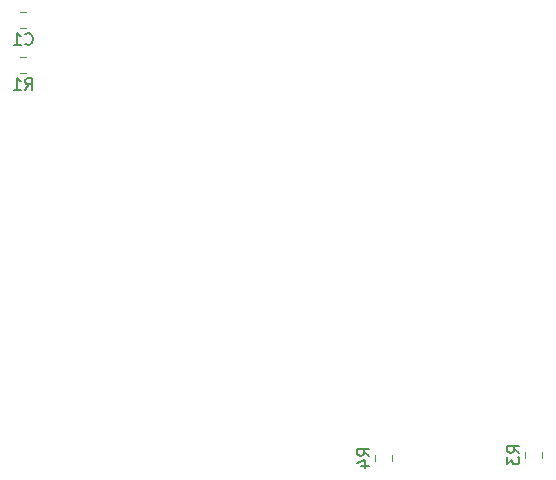
<source format=gbr>
%TF.GenerationSoftware,KiCad,Pcbnew,5.1.5-1.fc31*%
%TF.CreationDate,2020-04-02T16:35:23+02:00*%
%TF.ProjectId,avrisp-mkII-clone,61767269-7370-42d6-9d6b-49492d636c6f,1.0*%
%TF.SameCoordinates,PX54c81a0PY82ce540*%
%TF.FileFunction,Legend,Bot*%
%TF.FilePolarity,Positive*%
%FSLAX46Y46*%
G04 Gerber Fmt 4.6, Leading zero omitted, Abs format (unit mm)*
G04 Created by KiCad (PCBNEW 5.1.5-1.fc31) date 2020-04-02 16:35:23*
%MOMM*%
%LPD*%
G04 APERTURE LIST*
%ADD10C,0.120000*%
%ADD11C,0.150000*%
%ADD12C,2.302000*%
%ADD13C,2.102000*%
%ADD14O,1.829200X1.829200*%
%ADD15R,1.829200X1.829200*%
%ADD16R,1.902000X1.902000*%
%ADD17C,1.902000*%
%ADD18R,1.802000X1.802000*%
%ADD19O,1.802000X1.802000*%
G04 APERTURE END LIST*
D10*
%TO.C,C1*%
X20058748Y48970000D02*
X20581252Y48970000D01*
X20058748Y47550000D02*
X20581252Y47550000D01*
%TO.C,R1*%
X20058748Y43740000D02*
X20581252Y43740000D01*
X20058748Y45160000D02*
X20581252Y45160000D01*
%TO.C,R3*%
X64210000Y11691252D02*
X64210000Y11168748D01*
X62790000Y11691252D02*
X62790000Y11168748D01*
%TO.C,R4*%
X50090000Y11446252D02*
X50090000Y10923748D01*
X51510000Y11446252D02*
X51510000Y10923748D01*
%TO.C,C1*%
D11*
X20486666Y46252858D02*
X20534285Y46205239D01*
X20677142Y46157620D01*
X20772380Y46157620D01*
X20915238Y46205239D01*
X21010476Y46300477D01*
X21058095Y46395715D01*
X21105714Y46586191D01*
X21105714Y46729048D01*
X21058095Y46919524D01*
X21010476Y47014762D01*
X20915238Y47110000D01*
X20772380Y47157620D01*
X20677142Y47157620D01*
X20534285Y47110000D01*
X20486666Y47062381D01*
X19534285Y46157620D02*
X20105714Y46157620D01*
X19820000Y46157620D02*
X19820000Y47157620D01*
X19915238Y47014762D01*
X20010476Y46919524D01*
X20105714Y46871905D01*
%TO.C,R1*%
X20486666Y42347620D02*
X20820000Y42823810D01*
X21058095Y42347620D02*
X21058095Y43347620D01*
X20677142Y43347620D01*
X20581904Y43300000D01*
X20534285Y43252381D01*
X20486666Y43157143D01*
X20486666Y43014286D01*
X20534285Y42919048D01*
X20581904Y42871429D01*
X20677142Y42823810D01*
X21058095Y42823810D01*
X19534285Y42347620D02*
X20105714Y42347620D01*
X19820000Y42347620D02*
X19820000Y43347620D01*
X19915238Y43204762D01*
X20010476Y43109524D01*
X20105714Y43061905D01*
%TO.C,R3*%
X62302380Y11596667D02*
X61826190Y11930000D01*
X62302380Y12168096D02*
X61302380Y12168096D01*
X61302380Y11787143D01*
X61350000Y11691905D01*
X61397619Y11644286D01*
X61492857Y11596667D01*
X61635714Y11596667D01*
X61730952Y11644286D01*
X61778571Y11691905D01*
X61826190Y11787143D01*
X61826190Y12168096D01*
X61302380Y11263334D02*
X61302380Y10644286D01*
X61683333Y10977620D01*
X61683333Y10834762D01*
X61730952Y10739524D01*
X61778571Y10691905D01*
X61873809Y10644286D01*
X62111904Y10644286D01*
X62207142Y10691905D01*
X62254761Y10739524D01*
X62302380Y10834762D01*
X62302380Y11120477D01*
X62254761Y11215715D01*
X62207142Y11263334D01*
%TO.C,R4*%
X49602380Y11351667D02*
X49126190Y11685000D01*
X49602380Y11923096D02*
X48602380Y11923096D01*
X48602380Y11542143D01*
X48650000Y11446905D01*
X48697619Y11399286D01*
X48792857Y11351667D01*
X48935714Y11351667D01*
X49030952Y11399286D01*
X49078571Y11446905D01*
X49126190Y11542143D01*
X49126190Y11923096D01*
X48935714Y10494524D02*
X49602380Y10494524D01*
X48554761Y10732620D02*
X49269047Y10970715D01*
X49269047Y10351667D01*
%TD*%
%LPC*%
D12*
%TO.C,M4*%
X2540000Y2540000D03*
%TD*%
%TO.C,M3*%
X111760000Y2540000D03*
%TD*%
%TO.C,M2*%
X111760000Y50800000D03*
%TD*%
%TO.C,M1*%
X2540000Y50800000D03*
%TD*%
D11*
%TO.C,C1*%
G36*
X21725505Y49009689D02*
G01*
X21751925Y49005770D01*
X21777835Y48999280D01*
X21802983Y48990282D01*
X21827128Y48978862D01*
X21850038Y48965131D01*
X21871492Y48949220D01*
X21891282Y48931282D01*
X21909220Y48911492D01*
X21925131Y48890038D01*
X21938862Y48867128D01*
X21950282Y48842983D01*
X21959280Y48817835D01*
X21965770Y48791925D01*
X21969689Y48765505D01*
X21971000Y48738827D01*
X21971000Y47781173D01*
X21969689Y47754495D01*
X21965770Y47728075D01*
X21959280Y47702165D01*
X21950282Y47677017D01*
X21938862Y47652872D01*
X21925131Y47629962D01*
X21909220Y47608508D01*
X21891282Y47588718D01*
X21871492Y47570780D01*
X21850038Y47554869D01*
X21827128Y47541138D01*
X21802983Y47529718D01*
X21777835Y47520720D01*
X21751925Y47514230D01*
X21725505Y47510311D01*
X21698827Y47509000D01*
X20991173Y47509000D01*
X20964495Y47510311D01*
X20938075Y47514230D01*
X20912165Y47520720D01*
X20887017Y47529718D01*
X20862872Y47541138D01*
X20839962Y47554869D01*
X20818508Y47570780D01*
X20798718Y47588718D01*
X20780780Y47608508D01*
X20764869Y47629962D01*
X20751138Y47652872D01*
X20739718Y47677017D01*
X20730720Y47702165D01*
X20724230Y47728075D01*
X20720311Y47754495D01*
X20719000Y47781173D01*
X20719000Y48738827D01*
X20720311Y48765505D01*
X20724230Y48791925D01*
X20730720Y48817835D01*
X20739718Y48842983D01*
X20751138Y48867128D01*
X20764869Y48890038D01*
X20780780Y48911492D01*
X20798718Y48931282D01*
X20818508Y48949220D01*
X20839962Y48965131D01*
X20862872Y48978862D01*
X20887017Y48990282D01*
X20912165Y48999280D01*
X20938075Y49005770D01*
X20964495Y49009689D01*
X20991173Y49011000D01*
X21698827Y49011000D01*
X21725505Y49009689D01*
G37*
G36*
X19675505Y49009689D02*
G01*
X19701925Y49005770D01*
X19727835Y48999280D01*
X19752983Y48990282D01*
X19777128Y48978862D01*
X19800038Y48965131D01*
X19821492Y48949220D01*
X19841282Y48931282D01*
X19859220Y48911492D01*
X19875131Y48890038D01*
X19888862Y48867128D01*
X19900282Y48842983D01*
X19909280Y48817835D01*
X19915770Y48791925D01*
X19919689Y48765505D01*
X19921000Y48738827D01*
X19921000Y47781173D01*
X19919689Y47754495D01*
X19915770Y47728075D01*
X19909280Y47702165D01*
X19900282Y47677017D01*
X19888862Y47652872D01*
X19875131Y47629962D01*
X19859220Y47608508D01*
X19841282Y47588718D01*
X19821492Y47570780D01*
X19800038Y47554869D01*
X19777128Y47541138D01*
X19752983Y47529718D01*
X19727835Y47520720D01*
X19701925Y47514230D01*
X19675505Y47510311D01*
X19648827Y47509000D01*
X18941173Y47509000D01*
X18914495Y47510311D01*
X18888075Y47514230D01*
X18862165Y47520720D01*
X18837017Y47529718D01*
X18812872Y47541138D01*
X18789962Y47554869D01*
X18768508Y47570780D01*
X18748718Y47588718D01*
X18730780Y47608508D01*
X18714869Y47629962D01*
X18701138Y47652872D01*
X18689718Y47677017D01*
X18680720Y47702165D01*
X18674230Y47728075D01*
X18670311Y47754495D01*
X18669000Y47781173D01*
X18669000Y48738827D01*
X18670311Y48765505D01*
X18674230Y48791925D01*
X18680720Y48817835D01*
X18689718Y48842983D01*
X18701138Y48867128D01*
X18714869Y48890038D01*
X18730780Y48911492D01*
X18748718Y48931282D01*
X18768508Y48949220D01*
X18789962Y48965131D01*
X18812872Y48978862D01*
X18837017Y48990282D01*
X18862165Y48999280D01*
X18888075Y49005770D01*
X18914495Y49009689D01*
X18941173Y49011000D01*
X19648827Y49011000D01*
X19675505Y49009689D01*
G37*
%TD*%
%TO.C,R1*%
G36*
X19675505Y45199689D02*
G01*
X19701925Y45195770D01*
X19727835Y45189280D01*
X19752983Y45180282D01*
X19777128Y45168862D01*
X19800038Y45155131D01*
X19821492Y45139220D01*
X19841282Y45121282D01*
X19859220Y45101492D01*
X19875131Y45080038D01*
X19888862Y45057128D01*
X19900282Y45032983D01*
X19909280Y45007835D01*
X19915770Y44981925D01*
X19919689Y44955505D01*
X19921000Y44928827D01*
X19921000Y43971173D01*
X19919689Y43944495D01*
X19915770Y43918075D01*
X19909280Y43892165D01*
X19900282Y43867017D01*
X19888862Y43842872D01*
X19875131Y43819962D01*
X19859220Y43798508D01*
X19841282Y43778718D01*
X19821492Y43760780D01*
X19800038Y43744869D01*
X19777128Y43731138D01*
X19752983Y43719718D01*
X19727835Y43710720D01*
X19701925Y43704230D01*
X19675505Y43700311D01*
X19648827Y43699000D01*
X18941173Y43699000D01*
X18914495Y43700311D01*
X18888075Y43704230D01*
X18862165Y43710720D01*
X18837017Y43719718D01*
X18812872Y43731138D01*
X18789962Y43744869D01*
X18768508Y43760780D01*
X18748718Y43778718D01*
X18730780Y43798508D01*
X18714869Y43819962D01*
X18701138Y43842872D01*
X18689718Y43867017D01*
X18680720Y43892165D01*
X18674230Y43918075D01*
X18670311Y43944495D01*
X18669000Y43971173D01*
X18669000Y44928827D01*
X18670311Y44955505D01*
X18674230Y44981925D01*
X18680720Y45007835D01*
X18689718Y45032983D01*
X18701138Y45057128D01*
X18714869Y45080038D01*
X18730780Y45101492D01*
X18748718Y45121282D01*
X18768508Y45139220D01*
X18789962Y45155131D01*
X18812872Y45168862D01*
X18837017Y45180282D01*
X18862165Y45189280D01*
X18888075Y45195770D01*
X18914495Y45199689D01*
X18941173Y45201000D01*
X19648827Y45201000D01*
X19675505Y45199689D01*
G37*
G36*
X21725505Y45199689D02*
G01*
X21751925Y45195770D01*
X21777835Y45189280D01*
X21802983Y45180282D01*
X21827128Y45168862D01*
X21850038Y45155131D01*
X21871492Y45139220D01*
X21891282Y45121282D01*
X21909220Y45101492D01*
X21925131Y45080038D01*
X21938862Y45057128D01*
X21950282Y45032983D01*
X21959280Y45007835D01*
X21965770Y44981925D01*
X21969689Y44955505D01*
X21971000Y44928827D01*
X21971000Y43971173D01*
X21969689Y43944495D01*
X21965770Y43918075D01*
X21959280Y43892165D01*
X21950282Y43867017D01*
X21938862Y43842872D01*
X21925131Y43819962D01*
X21909220Y43798508D01*
X21891282Y43778718D01*
X21871492Y43760780D01*
X21850038Y43744869D01*
X21827128Y43731138D01*
X21802983Y43719718D01*
X21777835Y43710720D01*
X21751925Y43704230D01*
X21725505Y43700311D01*
X21698827Y43699000D01*
X20991173Y43699000D01*
X20964495Y43700311D01*
X20938075Y43704230D01*
X20912165Y43710720D01*
X20887017Y43719718D01*
X20862872Y43731138D01*
X20839962Y43744869D01*
X20818508Y43760780D01*
X20798718Y43778718D01*
X20780780Y43798508D01*
X20764869Y43819962D01*
X20751138Y43842872D01*
X20739718Y43867017D01*
X20730720Y43892165D01*
X20724230Y43918075D01*
X20720311Y43944495D01*
X20719000Y43971173D01*
X20719000Y44928827D01*
X20720311Y44955505D01*
X20724230Y44981925D01*
X20730720Y45007835D01*
X20739718Y45032983D01*
X20751138Y45057128D01*
X20764869Y45080038D01*
X20780780Y45101492D01*
X20798718Y45121282D01*
X20818508Y45139220D01*
X20839962Y45155131D01*
X20862872Y45168862D01*
X20887017Y45180282D01*
X20912165Y45189280D01*
X20938075Y45195770D01*
X20964495Y45199689D01*
X20991173Y45201000D01*
X21698827Y45201000D01*
X21725505Y45199689D01*
G37*
%TD*%
D13*
%TO.C,SW1*%
X8890000Y43760000D03*
X8890000Y48260000D03*
X15390000Y43760000D03*
X15390000Y48260000D03*
%TD*%
D14*
%TO.C,J3*%
X104140000Y25400000D03*
X101600000Y25400000D03*
X104140000Y27940000D03*
X101600000Y27940000D03*
X104140000Y30480000D03*
D15*
X101600000Y30480000D03*
%TD*%
D14*
%TO.C,J2*%
X93345000Y25400000D03*
X90805000Y25400000D03*
X93345000Y27940000D03*
X90805000Y27940000D03*
X93345000Y30480000D03*
D15*
X90805000Y30480000D03*
%TD*%
D16*
%TO.C,D2*%
X60960000Y6350000D03*
D17*
X63500000Y6350000D03*
%TD*%
%TO.C,D3*%
X50800000Y6350000D03*
D16*
X53340000Y6350000D03*
%TD*%
D18*
%TO.C,JP1*%
X72390000Y40005000D03*
D19*
X72390000Y42545000D03*
X72390000Y45085000D03*
%TD*%
%TO.C,JP2*%
X95250000Y42545000D03*
X92710000Y42545000D03*
D18*
X90170000Y42545000D03*
%TD*%
D11*
%TO.C,R3*%
G36*
X64005505Y11029689D02*
G01*
X64031925Y11025770D01*
X64057835Y11019280D01*
X64082983Y11010282D01*
X64107128Y10998862D01*
X64130038Y10985131D01*
X64151492Y10969220D01*
X64171282Y10951282D01*
X64189220Y10931492D01*
X64205131Y10910038D01*
X64218862Y10887128D01*
X64230282Y10862983D01*
X64239280Y10837835D01*
X64245770Y10811925D01*
X64249689Y10785505D01*
X64251000Y10758827D01*
X64251000Y10051173D01*
X64249689Y10024495D01*
X64245770Y9998075D01*
X64239280Y9972165D01*
X64230282Y9947017D01*
X64218862Y9922872D01*
X64205131Y9899962D01*
X64189220Y9878508D01*
X64171282Y9858718D01*
X64151492Y9840780D01*
X64130038Y9824869D01*
X64107128Y9811138D01*
X64082983Y9799718D01*
X64057835Y9790720D01*
X64031925Y9784230D01*
X64005505Y9780311D01*
X63978827Y9779000D01*
X63021173Y9779000D01*
X62994495Y9780311D01*
X62968075Y9784230D01*
X62942165Y9790720D01*
X62917017Y9799718D01*
X62892872Y9811138D01*
X62869962Y9824869D01*
X62848508Y9840780D01*
X62828718Y9858718D01*
X62810780Y9878508D01*
X62794869Y9899962D01*
X62781138Y9922872D01*
X62769718Y9947017D01*
X62760720Y9972165D01*
X62754230Y9998075D01*
X62750311Y10024495D01*
X62749000Y10051173D01*
X62749000Y10758827D01*
X62750311Y10785505D01*
X62754230Y10811925D01*
X62760720Y10837835D01*
X62769718Y10862983D01*
X62781138Y10887128D01*
X62794869Y10910038D01*
X62810780Y10931492D01*
X62828718Y10951282D01*
X62848508Y10969220D01*
X62869962Y10985131D01*
X62892872Y10998862D01*
X62917017Y11010282D01*
X62942165Y11019280D01*
X62968075Y11025770D01*
X62994495Y11029689D01*
X63021173Y11031000D01*
X63978827Y11031000D01*
X64005505Y11029689D01*
G37*
G36*
X64005505Y13079689D02*
G01*
X64031925Y13075770D01*
X64057835Y13069280D01*
X64082983Y13060282D01*
X64107128Y13048862D01*
X64130038Y13035131D01*
X64151492Y13019220D01*
X64171282Y13001282D01*
X64189220Y12981492D01*
X64205131Y12960038D01*
X64218862Y12937128D01*
X64230282Y12912983D01*
X64239280Y12887835D01*
X64245770Y12861925D01*
X64249689Y12835505D01*
X64251000Y12808827D01*
X64251000Y12101173D01*
X64249689Y12074495D01*
X64245770Y12048075D01*
X64239280Y12022165D01*
X64230282Y11997017D01*
X64218862Y11972872D01*
X64205131Y11949962D01*
X64189220Y11928508D01*
X64171282Y11908718D01*
X64151492Y11890780D01*
X64130038Y11874869D01*
X64107128Y11861138D01*
X64082983Y11849718D01*
X64057835Y11840720D01*
X64031925Y11834230D01*
X64005505Y11830311D01*
X63978827Y11829000D01*
X63021173Y11829000D01*
X62994495Y11830311D01*
X62968075Y11834230D01*
X62942165Y11840720D01*
X62917017Y11849718D01*
X62892872Y11861138D01*
X62869962Y11874869D01*
X62848508Y11890780D01*
X62828718Y11908718D01*
X62810780Y11928508D01*
X62794869Y11949962D01*
X62781138Y11972872D01*
X62769718Y11997017D01*
X62760720Y12022165D01*
X62754230Y12048075D01*
X62750311Y12074495D01*
X62749000Y12101173D01*
X62749000Y12808827D01*
X62750311Y12835505D01*
X62754230Y12861925D01*
X62760720Y12887835D01*
X62769718Y12912983D01*
X62781138Y12937128D01*
X62794869Y12960038D01*
X62810780Y12981492D01*
X62828718Y13001282D01*
X62848508Y13019220D01*
X62869962Y13035131D01*
X62892872Y13048862D01*
X62917017Y13060282D01*
X62942165Y13069280D01*
X62968075Y13075770D01*
X62994495Y13079689D01*
X63021173Y13081000D01*
X63978827Y13081000D01*
X64005505Y13079689D01*
G37*
%TD*%
%TO.C,R4*%
G36*
X51305505Y12834689D02*
G01*
X51331925Y12830770D01*
X51357835Y12824280D01*
X51382983Y12815282D01*
X51407128Y12803862D01*
X51430038Y12790131D01*
X51451492Y12774220D01*
X51471282Y12756282D01*
X51489220Y12736492D01*
X51505131Y12715038D01*
X51518862Y12692128D01*
X51530282Y12667983D01*
X51539280Y12642835D01*
X51545770Y12616925D01*
X51549689Y12590505D01*
X51551000Y12563827D01*
X51551000Y11856173D01*
X51549689Y11829495D01*
X51545770Y11803075D01*
X51539280Y11777165D01*
X51530282Y11752017D01*
X51518862Y11727872D01*
X51505131Y11704962D01*
X51489220Y11683508D01*
X51471282Y11663718D01*
X51451492Y11645780D01*
X51430038Y11629869D01*
X51407128Y11616138D01*
X51382983Y11604718D01*
X51357835Y11595720D01*
X51331925Y11589230D01*
X51305505Y11585311D01*
X51278827Y11584000D01*
X50321173Y11584000D01*
X50294495Y11585311D01*
X50268075Y11589230D01*
X50242165Y11595720D01*
X50217017Y11604718D01*
X50192872Y11616138D01*
X50169962Y11629869D01*
X50148508Y11645780D01*
X50128718Y11663718D01*
X50110780Y11683508D01*
X50094869Y11704962D01*
X50081138Y11727872D01*
X50069718Y11752017D01*
X50060720Y11777165D01*
X50054230Y11803075D01*
X50050311Y11829495D01*
X50049000Y11856173D01*
X50049000Y12563827D01*
X50050311Y12590505D01*
X50054230Y12616925D01*
X50060720Y12642835D01*
X50069718Y12667983D01*
X50081138Y12692128D01*
X50094869Y12715038D01*
X50110780Y12736492D01*
X50128718Y12756282D01*
X50148508Y12774220D01*
X50169962Y12790131D01*
X50192872Y12803862D01*
X50217017Y12815282D01*
X50242165Y12824280D01*
X50268075Y12830770D01*
X50294495Y12834689D01*
X50321173Y12836000D01*
X51278827Y12836000D01*
X51305505Y12834689D01*
G37*
G36*
X51305505Y10784689D02*
G01*
X51331925Y10780770D01*
X51357835Y10774280D01*
X51382983Y10765282D01*
X51407128Y10753862D01*
X51430038Y10740131D01*
X51451492Y10724220D01*
X51471282Y10706282D01*
X51489220Y10686492D01*
X51505131Y10665038D01*
X51518862Y10642128D01*
X51530282Y10617983D01*
X51539280Y10592835D01*
X51545770Y10566925D01*
X51549689Y10540505D01*
X51551000Y10513827D01*
X51551000Y9806173D01*
X51549689Y9779495D01*
X51545770Y9753075D01*
X51539280Y9727165D01*
X51530282Y9702017D01*
X51518862Y9677872D01*
X51505131Y9654962D01*
X51489220Y9633508D01*
X51471282Y9613718D01*
X51451492Y9595780D01*
X51430038Y9579869D01*
X51407128Y9566138D01*
X51382983Y9554718D01*
X51357835Y9545720D01*
X51331925Y9539230D01*
X51305505Y9535311D01*
X51278827Y9534000D01*
X50321173Y9534000D01*
X50294495Y9535311D01*
X50268075Y9539230D01*
X50242165Y9545720D01*
X50217017Y9554718D01*
X50192872Y9566138D01*
X50169962Y9579869D01*
X50148508Y9595780D01*
X50128718Y9613718D01*
X50110780Y9633508D01*
X50094869Y9654962D01*
X50081138Y9677872D01*
X50069718Y9702017D01*
X50060720Y9727165D01*
X50054230Y9753075D01*
X50050311Y9779495D01*
X50049000Y9806173D01*
X50049000Y10513827D01*
X50050311Y10540505D01*
X50054230Y10566925D01*
X50060720Y10592835D01*
X50069718Y10617983D01*
X50081138Y10642128D01*
X50094869Y10665038D01*
X50110780Y10686492D01*
X50128718Y10706282D01*
X50148508Y10724220D01*
X50169962Y10740131D01*
X50192872Y10753862D01*
X50217017Y10765282D01*
X50242165Y10774280D01*
X50268075Y10780770D01*
X50294495Y10784689D01*
X50321173Y10786000D01*
X51278827Y10786000D01*
X51305505Y10784689D01*
G37*
%TD*%
D13*
%TO.C,SW2*%
X43330000Y8890000D03*
X43330000Y4390000D03*
X36830000Y8890000D03*
X36830000Y4390000D03*
%TD*%
D15*
%TO.C,U4*%
X80010000Y30480000D03*
D14*
X82550000Y30480000D03*
X80010000Y27940000D03*
X82550000Y27940000D03*
X80010000Y25400000D03*
X82550000Y25400000D03*
X80010000Y22860000D03*
X82550000Y22860000D03*
X80010000Y20320000D03*
X82550000Y20320000D03*
%TD*%
M02*

</source>
